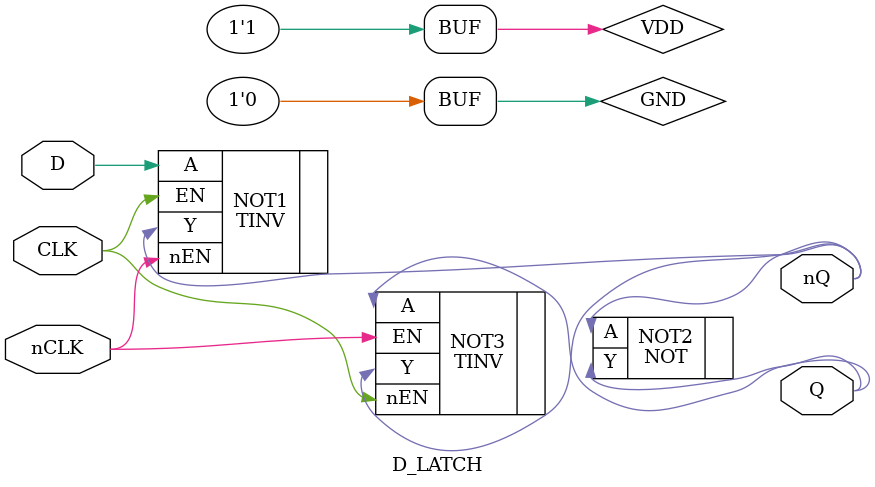
<source format=v>
`include "../NOT/NOT.v"
`include "../TINV/TINV.v"

module D_LATCH(
    output Q,
    output nQ,
    input D,
    input CLK,
    input nCLK
);
    supply1 VDD;
    supply0 GND;

    TINV NOT1(
        .A(D),
        .Y(nQ),
        .EN(CLK),
        .nEN(nCLK)
    );
    NOT NOT2(
        .A(nQ),
        .Y(Q)
    );
    TINV NOT3(
        .A(Q),
        .Y(nQ),
        .EN(nCLK),
        .nEN(CLK)
    );
endmodule
</source>
